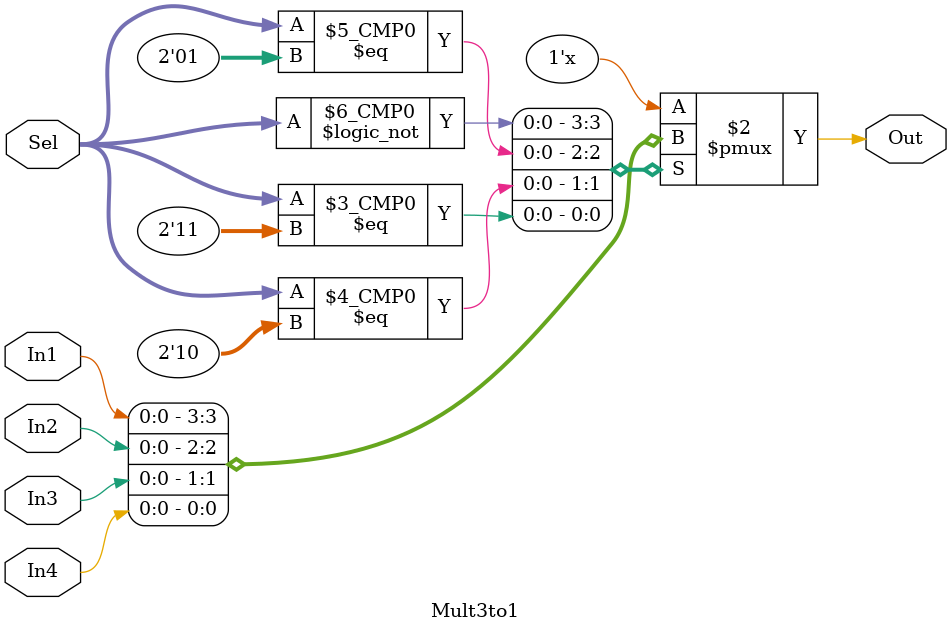
<source format=v>
module Mult3to1 (In1, In2, In3,In4, Sel, Out);
  input In1, In2, In3, In4;
  input [1:0] Sel;
  output reg Out;

  always @(In1, In2, In3,In4, Sel)
    case(Sel)
      0: Out <= In1;
      1: Out <= In2;
      2: Out <= In3;
      3: Out <= In4;
    endcase
endmodule
</source>
